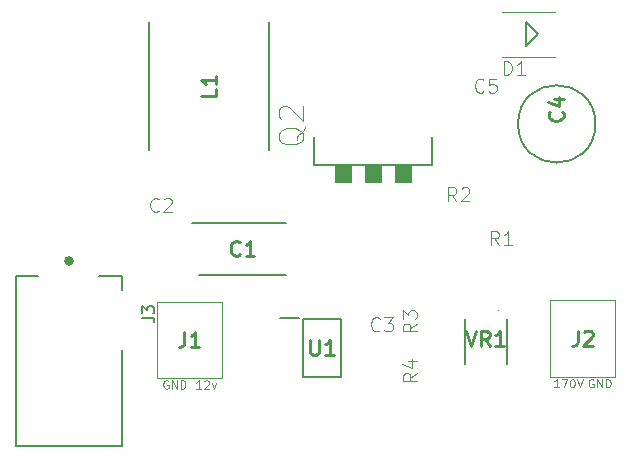
<source format=gbr>
%TF.GenerationSoftware,KiCad,Pcbnew,7.0.5-0*%
%TF.CreationDate,2023-07-07T11:18:12-04:00*%
%TF.ProjectId,PierogiNixiePSU,50696572-6f67-4694-9e69-786965505355,rev?*%
%TF.SameCoordinates,Original*%
%TF.FileFunction,Legend,Top*%
%TF.FilePolarity,Positive*%
%FSLAX46Y46*%
G04 Gerber Fmt 4.6, Leading zero omitted, Abs format (unit mm)*
G04 Created by KiCad (PCBNEW 7.0.5-0) date 2023-07-07 11:18:12*
%MOMM*%
%LPD*%
G01*
G04 APERTURE LIST*
%ADD10C,0.100000*%
%ADD11C,0.254000*%
%ADD12C,0.150000*%
%ADD13C,0.101600*%
%ADD14C,0.121920*%
%ADD15C,0.200000*%
%ADD16C,0.022000*%
%ADD17C,0.127000*%
%ADD18C,0.400000*%
%ADD19C,0.203200*%
G04 APERTURE END LIST*
D10*
X132699122Y-121109133D02*
X132299122Y-121109133D01*
X132499122Y-121109133D02*
X132499122Y-120409133D01*
X132499122Y-120409133D02*
X132432455Y-120509133D01*
X132432455Y-120509133D02*
X132365789Y-120575800D01*
X132365789Y-120575800D02*
X132299122Y-120609133D01*
X132965789Y-120475800D02*
X132999122Y-120442466D01*
X132999122Y-120442466D02*
X133065789Y-120409133D01*
X133065789Y-120409133D02*
X133232456Y-120409133D01*
X133232456Y-120409133D02*
X133299122Y-120442466D01*
X133299122Y-120442466D02*
X133332456Y-120475800D01*
X133332456Y-120475800D02*
X133365789Y-120542466D01*
X133365789Y-120542466D02*
X133365789Y-120609133D01*
X133365789Y-120609133D02*
X133332456Y-120709133D01*
X133332456Y-120709133D02*
X132932456Y-121109133D01*
X132932456Y-121109133D02*
X133365789Y-121109133D01*
X133599123Y-120642466D02*
X133765789Y-121109133D01*
X133765789Y-121109133D02*
X133932456Y-120642466D01*
X129899122Y-120442466D02*
X129832455Y-120409133D01*
X129832455Y-120409133D02*
X129732455Y-120409133D01*
X129732455Y-120409133D02*
X129632455Y-120442466D01*
X129632455Y-120442466D02*
X129565789Y-120509133D01*
X129565789Y-120509133D02*
X129532455Y-120575800D01*
X129532455Y-120575800D02*
X129499122Y-120709133D01*
X129499122Y-120709133D02*
X129499122Y-120809133D01*
X129499122Y-120809133D02*
X129532455Y-120942466D01*
X129532455Y-120942466D02*
X129565789Y-121009133D01*
X129565789Y-121009133D02*
X129632455Y-121075800D01*
X129632455Y-121075800D02*
X129732455Y-121109133D01*
X129732455Y-121109133D02*
X129799122Y-121109133D01*
X129799122Y-121109133D02*
X129899122Y-121075800D01*
X129899122Y-121075800D02*
X129932455Y-121042466D01*
X129932455Y-121042466D02*
X129932455Y-120809133D01*
X129932455Y-120809133D02*
X129799122Y-120809133D01*
X130232455Y-121109133D02*
X130232455Y-120409133D01*
X130232455Y-120409133D02*
X130632455Y-121109133D01*
X130632455Y-121109133D02*
X130632455Y-120409133D01*
X130965788Y-121109133D02*
X130965788Y-120409133D01*
X130965788Y-120409133D02*
X131132455Y-120409133D01*
X131132455Y-120409133D02*
X131232455Y-120442466D01*
X131232455Y-120442466D02*
X131299122Y-120509133D01*
X131299122Y-120509133D02*
X131332455Y-120575800D01*
X131332455Y-120575800D02*
X131365788Y-120709133D01*
X131365788Y-120709133D02*
X131365788Y-120809133D01*
X131365788Y-120809133D02*
X131332455Y-120942466D01*
X131332455Y-120942466D02*
X131299122Y-121009133D01*
X131299122Y-121009133D02*
X131232455Y-121075800D01*
X131232455Y-121075800D02*
X131132455Y-121109133D01*
X131132455Y-121109133D02*
X130965788Y-121109133D01*
X162999122Y-121009133D02*
X162599122Y-121009133D01*
X162799122Y-121009133D02*
X162799122Y-120309133D01*
X162799122Y-120309133D02*
X162732455Y-120409133D01*
X162732455Y-120409133D02*
X162665789Y-120475800D01*
X162665789Y-120475800D02*
X162599122Y-120509133D01*
X163232456Y-120309133D02*
X163699122Y-120309133D01*
X163699122Y-120309133D02*
X163399122Y-121009133D01*
X164099123Y-120309133D02*
X164165789Y-120309133D01*
X164165789Y-120309133D02*
X164232456Y-120342466D01*
X164232456Y-120342466D02*
X164265789Y-120375800D01*
X164265789Y-120375800D02*
X164299123Y-120442466D01*
X164299123Y-120442466D02*
X164332456Y-120575800D01*
X164332456Y-120575800D02*
X164332456Y-120742466D01*
X164332456Y-120742466D02*
X164299123Y-120875800D01*
X164299123Y-120875800D02*
X164265789Y-120942466D01*
X164265789Y-120942466D02*
X164232456Y-120975800D01*
X164232456Y-120975800D02*
X164165789Y-121009133D01*
X164165789Y-121009133D02*
X164099123Y-121009133D01*
X164099123Y-121009133D02*
X164032456Y-120975800D01*
X164032456Y-120975800D02*
X163999123Y-120942466D01*
X163999123Y-120942466D02*
X163965789Y-120875800D01*
X163965789Y-120875800D02*
X163932456Y-120742466D01*
X163932456Y-120742466D02*
X163932456Y-120575800D01*
X163932456Y-120575800D02*
X163965789Y-120442466D01*
X163965789Y-120442466D02*
X163999123Y-120375800D01*
X163999123Y-120375800D02*
X164032456Y-120342466D01*
X164032456Y-120342466D02*
X164099123Y-120309133D01*
X164532456Y-120309133D02*
X164765790Y-121009133D01*
X164765790Y-121009133D02*
X164999123Y-120309133D01*
X165899122Y-120342466D02*
X165832455Y-120309133D01*
X165832455Y-120309133D02*
X165732455Y-120309133D01*
X165732455Y-120309133D02*
X165632455Y-120342466D01*
X165632455Y-120342466D02*
X165565789Y-120409133D01*
X165565789Y-120409133D02*
X165532455Y-120475800D01*
X165532455Y-120475800D02*
X165499122Y-120609133D01*
X165499122Y-120609133D02*
X165499122Y-120709133D01*
X165499122Y-120709133D02*
X165532455Y-120842466D01*
X165532455Y-120842466D02*
X165565789Y-120909133D01*
X165565789Y-120909133D02*
X165632455Y-120975800D01*
X165632455Y-120975800D02*
X165732455Y-121009133D01*
X165732455Y-121009133D02*
X165799122Y-121009133D01*
X165799122Y-121009133D02*
X165899122Y-120975800D01*
X165899122Y-120975800D02*
X165932455Y-120942466D01*
X165932455Y-120942466D02*
X165932455Y-120709133D01*
X165932455Y-120709133D02*
X165799122Y-120709133D01*
X166232455Y-121009133D02*
X166232455Y-120309133D01*
X166232455Y-120309133D02*
X166632455Y-121009133D01*
X166632455Y-121009133D02*
X166632455Y-120309133D01*
X166965788Y-121009133D02*
X166965788Y-120309133D01*
X166965788Y-120309133D02*
X167132455Y-120309133D01*
X167132455Y-120309133D02*
X167232455Y-120342466D01*
X167232455Y-120342466D02*
X167299122Y-120409133D01*
X167299122Y-120409133D02*
X167332455Y-120475800D01*
X167332455Y-120475800D02*
X167365788Y-120609133D01*
X167365788Y-120609133D02*
X167365788Y-120709133D01*
X167365788Y-120709133D02*
X167332455Y-120842466D01*
X167332455Y-120842466D02*
X167299122Y-120909133D01*
X167299122Y-120909133D02*
X167232455Y-120975800D01*
X167232455Y-120975800D02*
X167132455Y-121009133D01*
X167132455Y-121009133D02*
X166965788Y-121009133D01*
D11*
%TO.C,VR1*%
X155136905Y-116236318D02*
X155560238Y-117506318D01*
X155560238Y-117506318D02*
X155983572Y-116236318D01*
X157132619Y-117506318D02*
X156709285Y-116901556D01*
X156406904Y-117506318D02*
X156406904Y-116236318D01*
X156406904Y-116236318D02*
X156890714Y-116236318D01*
X156890714Y-116236318D02*
X157011666Y-116296794D01*
X157011666Y-116296794D02*
X157072143Y-116357270D01*
X157072143Y-116357270D02*
X157132619Y-116478222D01*
X157132619Y-116478222D02*
X157132619Y-116659651D01*
X157132619Y-116659651D02*
X157072143Y-116780603D01*
X157072143Y-116780603D02*
X157011666Y-116841080D01*
X157011666Y-116841080D02*
X156890714Y-116901556D01*
X156890714Y-116901556D02*
X156406904Y-116901556D01*
X158342143Y-117506318D02*
X157616428Y-117506318D01*
X157979285Y-117506318D02*
X157979285Y-116236318D01*
X157979285Y-116236318D02*
X157858333Y-116417746D01*
X157858333Y-116417746D02*
X157737381Y-116538699D01*
X157737381Y-116538699D02*
X157616428Y-116599175D01*
%TO.C,U1*%
X141932380Y-117004318D02*
X141932380Y-118032413D01*
X141932380Y-118032413D02*
X141992857Y-118153365D01*
X141992857Y-118153365D02*
X142053333Y-118213842D01*
X142053333Y-118213842D02*
X142174285Y-118274318D01*
X142174285Y-118274318D02*
X142416190Y-118274318D01*
X142416190Y-118274318D02*
X142537142Y-118213842D01*
X142537142Y-118213842D02*
X142597619Y-118153365D01*
X142597619Y-118153365D02*
X142658095Y-118032413D01*
X142658095Y-118032413D02*
X142658095Y-117004318D01*
X143928095Y-118274318D02*
X143202380Y-118274318D01*
X143565237Y-118274318D02*
X143565237Y-117004318D01*
X143565237Y-117004318D02*
X143444285Y-117185746D01*
X143444285Y-117185746D02*
X143323333Y-117306699D01*
X143323333Y-117306699D02*
X143202380Y-117367175D01*
%TO.C,L1*%
X133974318Y-95711666D02*
X133974318Y-96316428D01*
X133974318Y-96316428D02*
X132704318Y-96316428D01*
X133974318Y-94623094D02*
X133974318Y-95348809D01*
X133974318Y-94985952D02*
X132704318Y-94985952D01*
X132704318Y-94985952D02*
X132885746Y-95106904D01*
X132885746Y-95106904D02*
X133006699Y-95227856D01*
X133006699Y-95227856D02*
X133067175Y-95348809D01*
D12*
%TO.C,J3*%
X127721150Y-115117548D02*
X128435588Y-115117548D01*
X128435588Y-115117548D02*
X128578475Y-115165178D01*
X128578475Y-115165178D02*
X128673734Y-115260436D01*
X128673734Y-115260436D02*
X128721363Y-115403324D01*
X128721363Y-115403324D02*
X128721363Y-115498582D01*
X127721150Y-114736515D02*
X127721150Y-114117335D01*
X127721150Y-114117335D02*
X128102183Y-114450740D01*
X128102183Y-114450740D02*
X128102183Y-114307852D01*
X128102183Y-114307852D02*
X128149812Y-114212594D01*
X128149812Y-114212594D02*
X128197442Y-114164965D01*
X128197442Y-114164965D02*
X128292700Y-114117335D01*
X128292700Y-114117335D02*
X128530846Y-114117335D01*
X128530846Y-114117335D02*
X128626104Y-114164965D01*
X128626104Y-114164965D02*
X128673734Y-114212594D01*
X128673734Y-114212594D02*
X128721363Y-114307852D01*
X128721363Y-114307852D02*
X128721363Y-114593627D01*
X128721363Y-114593627D02*
X128673734Y-114688886D01*
X128673734Y-114688886D02*
X128626104Y-114736515D01*
D11*
%TO.C,J2*%
X164576667Y-116204318D02*
X164576667Y-117111461D01*
X164576667Y-117111461D02*
X164516190Y-117292889D01*
X164516190Y-117292889D02*
X164395238Y-117413842D01*
X164395238Y-117413842D02*
X164213809Y-117474318D01*
X164213809Y-117474318D02*
X164092857Y-117474318D01*
X165120952Y-116325270D02*
X165181428Y-116264794D01*
X165181428Y-116264794D02*
X165302381Y-116204318D01*
X165302381Y-116204318D02*
X165604762Y-116204318D01*
X165604762Y-116204318D02*
X165725714Y-116264794D01*
X165725714Y-116264794D02*
X165786190Y-116325270D01*
X165786190Y-116325270D02*
X165846667Y-116446222D01*
X165846667Y-116446222D02*
X165846667Y-116567175D01*
X165846667Y-116567175D02*
X165786190Y-116748603D01*
X165786190Y-116748603D02*
X165060476Y-117474318D01*
X165060476Y-117474318D02*
X165846667Y-117474318D01*
%TO.C,J1*%
X131276667Y-116304318D02*
X131276667Y-117211461D01*
X131276667Y-117211461D02*
X131216190Y-117392889D01*
X131216190Y-117392889D02*
X131095238Y-117513842D01*
X131095238Y-117513842D02*
X130913809Y-117574318D01*
X130913809Y-117574318D02*
X130792857Y-117574318D01*
X132546667Y-117574318D02*
X131820952Y-117574318D01*
X132183809Y-117574318D02*
X132183809Y-116304318D01*
X132183809Y-116304318D02*
X132062857Y-116485746D01*
X132062857Y-116485746D02*
X131941905Y-116606699D01*
X131941905Y-116606699D02*
X131820952Y-116667175D01*
%TO.C,C4*%
X163253365Y-97661666D02*
X163313842Y-97722142D01*
X163313842Y-97722142D02*
X163374318Y-97903571D01*
X163374318Y-97903571D02*
X163374318Y-98024523D01*
X163374318Y-98024523D02*
X163313842Y-98205952D01*
X163313842Y-98205952D02*
X163192889Y-98326904D01*
X163192889Y-98326904D02*
X163071937Y-98387381D01*
X163071937Y-98387381D02*
X162830032Y-98447857D01*
X162830032Y-98447857D02*
X162648603Y-98447857D01*
X162648603Y-98447857D02*
X162406699Y-98387381D01*
X162406699Y-98387381D02*
X162285746Y-98326904D01*
X162285746Y-98326904D02*
X162164794Y-98205952D01*
X162164794Y-98205952D02*
X162104318Y-98024523D01*
X162104318Y-98024523D02*
X162104318Y-97903571D01*
X162104318Y-97903571D02*
X162164794Y-97722142D01*
X162164794Y-97722142D02*
X162225270Y-97661666D01*
X162527651Y-96573095D02*
X163374318Y-96573095D01*
X162043842Y-96875476D02*
X162950984Y-97177857D01*
X162950984Y-97177857D02*
X162950984Y-96391666D01*
%TO.C,C1*%
X135988333Y-109753365D02*
X135927857Y-109813842D01*
X135927857Y-109813842D02*
X135746428Y-109874318D01*
X135746428Y-109874318D02*
X135625476Y-109874318D01*
X135625476Y-109874318D02*
X135444047Y-109813842D01*
X135444047Y-109813842D02*
X135323095Y-109692889D01*
X135323095Y-109692889D02*
X135262618Y-109571937D01*
X135262618Y-109571937D02*
X135202142Y-109330032D01*
X135202142Y-109330032D02*
X135202142Y-109148603D01*
X135202142Y-109148603D02*
X135262618Y-108906699D01*
X135262618Y-108906699D02*
X135323095Y-108785746D01*
X135323095Y-108785746D02*
X135444047Y-108664794D01*
X135444047Y-108664794D02*
X135625476Y-108604318D01*
X135625476Y-108604318D02*
X135746428Y-108604318D01*
X135746428Y-108604318D02*
X135927857Y-108664794D01*
X135927857Y-108664794D02*
X135988333Y-108725270D01*
X137197857Y-109874318D02*
X136472142Y-109874318D01*
X136834999Y-109874318D02*
X136834999Y-108604318D01*
X136834999Y-108604318D02*
X136714047Y-108785746D01*
X136714047Y-108785746D02*
X136593095Y-108906699D01*
X136593095Y-108906699D02*
X136472142Y-108967175D01*
D13*
%TO.C,R2*%
X154297843Y-105251726D02*
X153908376Y-104695345D01*
X153630186Y-105251726D02*
X153630186Y-104083326D01*
X153630186Y-104083326D02*
X154075291Y-104083326D01*
X154075291Y-104083326D02*
X154186567Y-104138964D01*
X154186567Y-104138964D02*
X154242205Y-104194602D01*
X154242205Y-104194602D02*
X154297843Y-104305878D01*
X154297843Y-104305878D02*
X154297843Y-104472792D01*
X154297843Y-104472792D02*
X154242205Y-104584068D01*
X154242205Y-104584068D02*
X154186567Y-104639707D01*
X154186567Y-104639707D02*
X154075291Y-104695345D01*
X154075291Y-104695345D02*
X153630186Y-104695345D01*
X154742948Y-104194602D02*
X154798586Y-104138964D01*
X154798586Y-104138964D02*
X154909862Y-104083326D01*
X154909862Y-104083326D02*
X155188053Y-104083326D01*
X155188053Y-104083326D02*
X155299329Y-104138964D01*
X155299329Y-104138964D02*
X155354967Y-104194602D01*
X155354967Y-104194602D02*
X155410605Y-104305878D01*
X155410605Y-104305878D02*
X155410605Y-104417154D01*
X155410605Y-104417154D02*
X155354967Y-104584068D01*
X155354967Y-104584068D02*
X154687310Y-105251726D01*
X154687310Y-105251726D02*
X155410605Y-105251726D01*
%TO.C,C5*%
X156597843Y-95940449D02*
X156542205Y-95996088D01*
X156542205Y-95996088D02*
X156375291Y-96051726D01*
X156375291Y-96051726D02*
X156264015Y-96051726D01*
X156264015Y-96051726D02*
X156097100Y-95996088D01*
X156097100Y-95996088D02*
X155985824Y-95884811D01*
X155985824Y-95884811D02*
X155930186Y-95773535D01*
X155930186Y-95773535D02*
X155874548Y-95550983D01*
X155874548Y-95550983D02*
X155874548Y-95384068D01*
X155874548Y-95384068D02*
X155930186Y-95161516D01*
X155930186Y-95161516D02*
X155985824Y-95050240D01*
X155985824Y-95050240D02*
X156097100Y-94938964D01*
X156097100Y-94938964D02*
X156264015Y-94883326D01*
X156264015Y-94883326D02*
X156375291Y-94883326D01*
X156375291Y-94883326D02*
X156542205Y-94938964D01*
X156542205Y-94938964D02*
X156597843Y-94994602D01*
X157654967Y-94883326D02*
X157098586Y-94883326D01*
X157098586Y-94883326D02*
X157042948Y-95439707D01*
X157042948Y-95439707D02*
X157098586Y-95384068D01*
X157098586Y-95384068D02*
X157209862Y-95328430D01*
X157209862Y-95328430D02*
X157488053Y-95328430D01*
X157488053Y-95328430D02*
X157599329Y-95384068D01*
X157599329Y-95384068D02*
X157654967Y-95439707D01*
X157654967Y-95439707D02*
X157710605Y-95550983D01*
X157710605Y-95550983D02*
X157710605Y-95829173D01*
X157710605Y-95829173D02*
X157654967Y-95940449D01*
X157654967Y-95940449D02*
X157599329Y-95996088D01*
X157599329Y-95996088D02*
X157488053Y-96051726D01*
X157488053Y-96051726D02*
X157209862Y-96051726D01*
X157209862Y-96051726D02*
X157098586Y-95996088D01*
X157098586Y-95996088D02*
X157042948Y-95940449D01*
D14*
%TO.C,Q2*%
X141484374Y-98990476D02*
X141389136Y-99180952D01*
X141389136Y-99180952D02*
X141198660Y-99371428D01*
X141198660Y-99371428D02*
X140912945Y-99657142D01*
X140912945Y-99657142D02*
X140817707Y-99847619D01*
X140817707Y-99847619D02*
X140817707Y-100038095D01*
X141293898Y-99942857D02*
X141198660Y-100133333D01*
X141198660Y-100133333D02*
X141008183Y-100323809D01*
X141008183Y-100323809D02*
X140627231Y-100419047D01*
X140627231Y-100419047D02*
X139960564Y-100419047D01*
X139960564Y-100419047D02*
X139579612Y-100323809D01*
X139579612Y-100323809D02*
X139389136Y-100133333D01*
X139389136Y-100133333D02*
X139293898Y-99942857D01*
X139293898Y-99942857D02*
X139293898Y-99561904D01*
X139293898Y-99561904D02*
X139389136Y-99371428D01*
X139389136Y-99371428D02*
X139579612Y-99180952D01*
X139579612Y-99180952D02*
X139960564Y-99085714D01*
X139960564Y-99085714D02*
X140627231Y-99085714D01*
X140627231Y-99085714D02*
X141008183Y-99180952D01*
X141008183Y-99180952D02*
X141198660Y-99371428D01*
X141198660Y-99371428D02*
X141293898Y-99561904D01*
X141293898Y-99561904D02*
X141293898Y-99942857D01*
X139484374Y-98323809D02*
X139389136Y-98228571D01*
X139389136Y-98228571D02*
X139293898Y-98038095D01*
X139293898Y-98038095D02*
X139293898Y-97561904D01*
X139293898Y-97561904D02*
X139389136Y-97371428D01*
X139389136Y-97371428D02*
X139484374Y-97276190D01*
X139484374Y-97276190D02*
X139674850Y-97180952D01*
X139674850Y-97180952D02*
X139865326Y-97180952D01*
X139865326Y-97180952D02*
X140151040Y-97276190D01*
X140151040Y-97276190D02*
X141293898Y-98419047D01*
X141293898Y-98419047D02*
X141293898Y-97180952D01*
D13*
%TO.C,C3*%
X147797843Y-116140449D02*
X147742205Y-116196088D01*
X147742205Y-116196088D02*
X147575291Y-116251726D01*
X147575291Y-116251726D02*
X147464015Y-116251726D01*
X147464015Y-116251726D02*
X147297100Y-116196088D01*
X147297100Y-116196088D02*
X147185824Y-116084811D01*
X147185824Y-116084811D02*
X147130186Y-115973535D01*
X147130186Y-115973535D02*
X147074548Y-115750983D01*
X147074548Y-115750983D02*
X147074548Y-115584068D01*
X147074548Y-115584068D02*
X147130186Y-115361516D01*
X147130186Y-115361516D02*
X147185824Y-115250240D01*
X147185824Y-115250240D02*
X147297100Y-115138964D01*
X147297100Y-115138964D02*
X147464015Y-115083326D01*
X147464015Y-115083326D02*
X147575291Y-115083326D01*
X147575291Y-115083326D02*
X147742205Y-115138964D01*
X147742205Y-115138964D02*
X147797843Y-115194602D01*
X148187310Y-115083326D02*
X148910605Y-115083326D01*
X148910605Y-115083326D02*
X148521138Y-115528430D01*
X148521138Y-115528430D02*
X148688053Y-115528430D01*
X148688053Y-115528430D02*
X148799329Y-115584068D01*
X148799329Y-115584068D02*
X148854967Y-115639707D01*
X148854967Y-115639707D02*
X148910605Y-115750983D01*
X148910605Y-115750983D02*
X148910605Y-116029173D01*
X148910605Y-116029173D02*
X148854967Y-116140449D01*
X148854967Y-116140449D02*
X148799329Y-116196088D01*
X148799329Y-116196088D02*
X148688053Y-116251726D01*
X148688053Y-116251726D02*
X148354224Y-116251726D01*
X148354224Y-116251726D02*
X148242948Y-116196088D01*
X148242948Y-116196088D02*
X148187310Y-116140449D01*
%TO.C,C2*%
X129112689Y-106040449D02*
X129057051Y-106096088D01*
X129057051Y-106096088D02*
X128890137Y-106151726D01*
X128890137Y-106151726D02*
X128778861Y-106151726D01*
X128778861Y-106151726D02*
X128611946Y-106096088D01*
X128611946Y-106096088D02*
X128500670Y-105984811D01*
X128500670Y-105984811D02*
X128445032Y-105873535D01*
X128445032Y-105873535D02*
X128389394Y-105650983D01*
X128389394Y-105650983D02*
X128389394Y-105484068D01*
X128389394Y-105484068D02*
X128445032Y-105261516D01*
X128445032Y-105261516D02*
X128500670Y-105150240D01*
X128500670Y-105150240D02*
X128611946Y-105038964D01*
X128611946Y-105038964D02*
X128778861Y-104983326D01*
X128778861Y-104983326D02*
X128890137Y-104983326D01*
X128890137Y-104983326D02*
X129057051Y-105038964D01*
X129057051Y-105038964D02*
X129112689Y-105094602D01*
X129557794Y-105094602D02*
X129613432Y-105038964D01*
X129613432Y-105038964D02*
X129724708Y-104983326D01*
X129724708Y-104983326D02*
X130002899Y-104983326D01*
X130002899Y-104983326D02*
X130114175Y-105038964D01*
X130114175Y-105038964D02*
X130169813Y-105094602D01*
X130169813Y-105094602D02*
X130225451Y-105205878D01*
X130225451Y-105205878D02*
X130225451Y-105317154D01*
X130225451Y-105317154D02*
X130169813Y-105484068D01*
X130169813Y-105484068D02*
X129502156Y-106151726D01*
X129502156Y-106151726D02*
X130225451Y-106151726D01*
%TO.C,R1*%
X157912689Y-108951726D02*
X157523222Y-108395345D01*
X157245032Y-108951726D02*
X157245032Y-107783326D01*
X157245032Y-107783326D02*
X157690137Y-107783326D01*
X157690137Y-107783326D02*
X157801413Y-107838964D01*
X157801413Y-107838964D02*
X157857051Y-107894602D01*
X157857051Y-107894602D02*
X157912689Y-108005878D01*
X157912689Y-108005878D02*
X157912689Y-108172792D01*
X157912689Y-108172792D02*
X157857051Y-108284068D01*
X157857051Y-108284068D02*
X157801413Y-108339707D01*
X157801413Y-108339707D02*
X157690137Y-108395345D01*
X157690137Y-108395345D02*
X157245032Y-108395345D01*
X159025451Y-108951726D02*
X158357794Y-108951726D01*
X158691622Y-108951726D02*
X158691622Y-107783326D01*
X158691622Y-107783326D02*
X158580346Y-107950240D01*
X158580346Y-107950240D02*
X158469070Y-108061516D01*
X158469070Y-108061516D02*
X158357794Y-108117154D01*
%TO.C,D1*%
X158330186Y-94551726D02*
X158330186Y-93383326D01*
X158330186Y-93383326D02*
X158608376Y-93383326D01*
X158608376Y-93383326D02*
X158775291Y-93438964D01*
X158775291Y-93438964D02*
X158886567Y-93550240D01*
X158886567Y-93550240D02*
X158942205Y-93661516D01*
X158942205Y-93661516D02*
X158997843Y-93884068D01*
X158997843Y-93884068D02*
X158997843Y-94050983D01*
X158997843Y-94050983D02*
X158942205Y-94273535D01*
X158942205Y-94273535D02*
X158886567Y-94384811D01*
X158886567Y-94384811D02*
X158775291Y-94496088D01*
X158775291Y-94496088D02*
X158608376Y-94551726D01*
X158608376Y-94551726D02*
X158330186Y-94551726D01*
X160110605Y-94551726D02*
X159442948Y-94551726D01*
X159776776Y-94551726D02*
X159776776Y-93383326D01*
X159776776Y-93383326D02*
X159665500Y-93550240D01*
X159665500Y-93550240D02*
X159554224Y-93661516D01*
X159554224Y-93661516D02*
X159442948Y-93717154D01*
%TO.C,R4*%
X150951726Y-119787310D02*
X150395345Y-120176777D01*
X150951726Y-120454967D02*
X149783326Y-120454967D01*
X149783326Y-120454967D02*
X149783326Y-120009862D01*
X149783326Y-120009862D02*
X149838964Y-119898586D01*
X149838964Y-119898586D02*
X149894602Y-119842948D01*
X149894602Y-119842948D02*
X150005878Y-119787310D01*
X150005878Y-119787310D02*
X150172792Y-119787310D01*
X150172792Y-119787310D02*
X150284068Y-119842948D01*
X150284068Y-119842948D02*
X150339707Y-119898586D01*
X150339707Y-119898586D02*
X150395345Y-120009862D01*
X150395345Y-120009862D02*
X150395345Y-120454967D01*
X150172792Y-118785824D02*
X150951726Y-118785824D01*
X149727688Y-119064015D02*
X150562259Y-119342205D01*
X150562259Y-119342205D02*
X150562259Y-118618910D01*
%TO.C,R3*%
X150951726Y-115602156D02*
X150395345Y-115991623D01*
X150951726Y-116269813D02*
X149783326Y-116269813D01*
X149783326Y-116269813D02*
X149783326Y-115824708D01*
X149783326Y-115824708D02*
X149838964Y-115713432D01*
X149838964Y-115713432D02*
X149894602Y-115657794D01*
X149894602Y-115657794D02*
X150005878Y-115602156D01*
X150005878Y-115602156D02*
X150172792Y-115602156D01*
X150172792Y-115602156D02*
X150284068Y-115657794D01*
X150284068Y-115657794D02*
X150339707Y-115713432D01*
X150339707Y-115713432D02*
X150395345Y-115824708D01*
X150395345Y-115824708D02*
X150395345Y-116269813D01*
X149783326Y-115212689D02*
X149783326Y-114489394D01*
X149783326Y-114489394D02*
X150228430Y-114878861D01*
X150228430Y-114878861D02*
X150228430Y-114711946D01*
X150228430Y-114711946D02*
X150284068Y-114600670D01*
X150284068Y-114600670D02*
X150339707Y-114545032D01*
X150339707Y-114545032D02*
X150450983Y-114489394D01*
X150450983Y-114489394D02*
X150729173Y-114489394D01*
X150729173Y-114489394D02*
X150840449Y-114545032D01*
X150840449Y-114545032D02*
X150896088Y-114600670D01*
X150896088Y-114600670D02*
X150951726Y-114711946D01*
X150951726Y-114711946D02*
X150951726Y-115045775D01*
X150951726Y-115045775D02*
X150896088Y-115157051D01*
X150896088Y-115157051D02*
X150840449Y-115212689D01*
D15*
%TO.C,VR1*%
X158600000Y-119000000D02*
X158600000Y-115200000D01*
X155000000Y-115200000D02*
X155000000Y-119000000D01*
D16*
X157852000Y-114475000D02*
X157852000Y-114475000D01*
X157830000Y-114475000D02*
X157830000Y-114475000D01*
X157852000Y-114475000D02*
G75*
G03*
X157830000Y-114475000I-11000J0D01*
G01*
X157830000Y-114475000D02*
G75*
G03*
X157852000Y-114475000I11000J0D01*
G01*
D15*
%TO.C,U1*%
X141300000Y-115250000D02*
X144500000Y-115250000D01*
X144500000Y-115250000D02*
X144500000Y-120150000D01*
X144500000Y-120150000D02*
X141300000Y-120150000D01*
X141300000Y-120150000D02*
X141300000Y-115250000D01*
X139400000Y-115095000D02*
X140950000Y-115095000D01*
%TO.C,L1*%
X128320000Y-90102000D02*
X128320000Y-100898000D01*
X138480000Y-100898000D02*
X138480000Y-90102000D01*
D17*
%TO.C,J3*%
X126000000Y-126000000D02*
X117000000Y-126000000D01*
X117000000Y-126000000D02*
X117000000Y-111600000D01*
X126000000Y-111600000D02*
X126000000Y-112750000D01*
X117000000Y-111600000D02*
X118850000Y-111600000D01*
X126000000Y-117850000D02*
X126000000Y-126000000D01*
X124050000Y-111600000D02*
X126000000Y-111600000D01*
D18*
X121700000Y-110300000D02*
G75*
G03*
X121700000Y-110300000I-200000J0D01*
G01*
D10*
%TO.C,J2*%
X162260000Y-113650000D02*
X167740000Y-113650000D01*
X167740000Y-113650000D02*
X167740000Y-120150000D01*
X167740000Y-120150000D02*
X162260000Y-120150000D01*
X162260000Y-120150000D02*
X162260000Y-113650000D01*
%TO.C,J1*%
X128960000Y-113750000D02*
X134440000Y-113750000D01*
X134440000Y-113750000D02*
X134440000Y-120250000D01*
X134440000Y-120250000D02*
X128960000Y-120250000D01*
X128960000Y-120250000D02*
X128960000Y-113750000D01*
D15*
%TO.C,C4*%
X166075000Y-98700000D02*
G75*
G03*
X166075000Y-98700000I-3275000J0D01*
G01*
%TO.C,C1*%
X139850000Y-107125000D02*
X131950000Y-107125000D01*
X132550000Y-111475000D02*
X139850000Y-111475000D01*
D19*
%TO.C,Q2*%
X142260000Y-102200000D02*
X142260000Y-99800000D01*
X152260000Y-99800000D02*
X152260000Y-102200000D01*
X152260000Y-102200000D02*
X142260000Y-102200000D01*
G36*
X145450000Y-103700000D02*
G01*
X143990000Y-103700000D01*
X143990000Y-102200000D01*
X145450000Y-102200000D01*
X145450000Y-103700000D01*
G37*
G36*
X147990000Y-103700000D02*
G01*
X146530000Y-103700000D01*
X146530000Y-102200000D01*
X147990000Y-102200000D01*
X147990000Y-103700000D01*
G37*
G36*
X150530000Y-103700000D02*
G01*
X149070000Y-103700000D01*
X149070000Y-102200000D01*
X150530000Y-102200000D01*
X150530000Y-103700000D01*
G37*
D13*
%TO.C,D1*%
X162660600Y-93005000D02*
X158139400Y-93005000D01*
X162660600Y-89195000D02*
X158139400Y-89195000D01*
D19*
X161230000Y-91100000D02*
X160207000Y-90100000D01*
X160207000Y-92100000D02*
X161230000Y-91100000D01*
X160207000Y-90100000D02*
X160207000Y-92100000D01*
%TD*%
M02*

</source>
